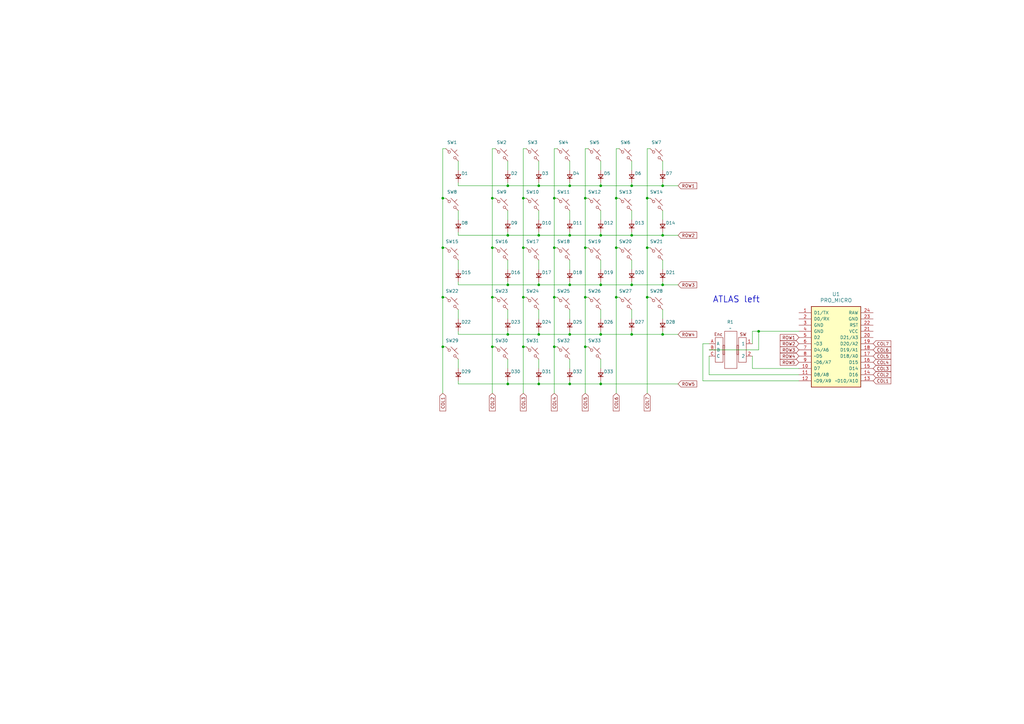
<source format=kicad_sch>
(kicad_sch (version 20250114) (generator "eeschema") (generator_version "9.0")
  (paper "A3")
  (lib_symbols
    (symbol "Arduino:Sparkfun_Pro_Micro" (pin_names (offset 1.016))
      (property "Reference" "U" (at -8.89 21.59 0))
      (property "Value" "Sparkfun_Pro_Micro" (at 0 19.05 0))
      (symbol "Sparkfun_Pro_Micro_0_1"
        (rectangle (start -10.16 17.78) (end 10.16 -15.24) (stroke (width 0.254)) (fill (type background)))
      )
      (symbol "Sparkfun_Pro_Micro_1_1"
        (pin bidirectional line (at -15.24 15.24 0) (length 5.08) (name "D1/TX") (number "1"))
        (pin bidirectional line (at -15.24 12.7 0) (length 5.08) (name "D0/RX") (number "2"))
        (pin power_in line (at -15.24 10.16 0) (length 5.08) (name "GND") (number "3"))
        (pin power_in line (at -15.24 7.62 0) (length 5.08) (name "GND") (number "4"))
        (pin bidirectional line (at -15.24 5.08 0) (length 5.08) (name "D2") (number "5"))
        (pin bidirectional line (at -15.24 2.54 0) (length 5.08) (name "~D3") (number "6"))
        (pin bidirectional line (at -15.24 0 0) (length 5.08) (name "D4/A6") (number "7"))
        (pin bidirectional line (at -15.24 -2.54 0) (length 5.08) (name "~D5") (number "8"))
        (pin bidirectional line (at -15.24 -5.08 0) (length 5.08) (name "~D6/A7") (number "9"))
        (pin bidirectional line (at -15.24 -7.62 0) (length 5.08) (name "D7") (number "10"))
        (pin bidirectional line (at -15.24 -10.16 0) (length 5.08) (name "D8/A8") (number "11"))
        (pin bidirectional line (at -15.24 -12.7 0) (length 5.08) (name "~D9/A9") (number "12"))
        (pin power_in line (at 15.24 15.24 180) (length 5.08) (name "RAW") (number "24"))
        (pin power_in line (at 15.24 12.7 180) (length 5.08) (name "GND") (number "23"))
        (pin input line (at 15.24 10.16 180) (length 5.08) (name "RST") (number "22"))
        (pin power_in line (at 15.24 7.62 180) (length 5.08) (name "VCC") (number "21"))
        (pin bidirectional line (at 15.24 5.08 180) (length 5.08) (name "D21/A3") (number "20"))
        (pin bidirectional line (at 15.24 2.54 180) (length 5.08) (name "D20/A2") (number "19"))
        (pin bidirectional line (at 15.24 0 180) (length 5.08) (name "D19/A1") (number "18"))
        (pin bidirectional line (at 15.24 -2.54 180) (length 5.08) (name "D18/A0") (number "17"))
        (pin bidirectional line (at 15.24 -5.08 180) (length 5.08) (name "D15") (number "16"))
        (pin bidirectional line (at 15.24 -7.62 180) (length 5.08) (name "D14") (number "15"))
        (pin bidirectional line (at 15.24 -10.16 180) (length 5.08) (name "D16") (number "14"))
        (pin bidirectional line (at 15.24 -12.7 180) (length 5.08) (name "~D10/A10") (number "13"))
      )
    )
    (symbol "Device:D_Small" (pin_numbers (hide yes)) (pin_names (offset 0.254) (hide yes))
      (property "Reference" "D" (at -1.27 2.032 0))
      (property "Value" "D_Small" (at -3.81 -2.032 0))
      (symbol "D_Small_0_1"
        (polyline (pts (xy -0.762 0) (xy 0.762 0)))
        (polyline (pts (xy -0.762 -1.016) (xy -0.762 1.016)) (stroke (width 0.254)))
        (polyline (pts (xy 0.762 -1.016) (xy -0.762 0) (xy 0.762 1.016) (xy 0.762 -1.016)) (stroke (width 0.254)))
      )
      (symbol "D_Small_1_1"
        (pin passive line (at -2.54 0 0) (length 1.778) (name "K") (number "1"))
        (pin passive line (at 2.54 0 180) (length 1.778) (name "A") (number "2"))
      )
    )
    (symbol "Switch:SW_Push_45deg" (pin_numbers (hide yes)) (pin_names (offset 1.016) (hide yes))
      (property "Reference" "SW" (at 3.048 1.016 0))
      (property "Value" "SW_Push_45deg" (at 0 -3.81 0))
      (symbol "SW_Push_45deg_0_1"
        (polyline (pts (xy -2.54 2.54) (xy -1.524 1.524) (xy -1.524 1.524)))
        (circle (center -1.1684 1.1684) (radius 0.508))
        (polyline (pts (xy -0.508 2.54) (xy 2.54 -0.508)))
        (polyline (pts (xy 1.016 1.016) (xy 2.032 2.032)))
        (circle (center 1.143 -1.1938) (radius 0.508))
        (polyline (pts (xy 1.524 -1.524) (xy 2.54 -2.54) (xy 2.54 -2.54) (xy 2.54 -2.54)))
        (pin passive line (at -2.54 2.54 0) (length 0) (name "1") (number "1"))
        (pin passive line (at 2.54 -2.54 180) (length 0) (name "2") (number "2"))
      )
    )
    (symbol "THQWGD001:THQWGD001_with_Click"
      (property "Reference" "R" (at 0 -0.254 0))
      (symbol "THQWGD001_with_Click_0_1"
        (rectangle (start -3.175 1.905) (end -2.54 -1.905))
        (rectangle (start -2.54 7.62) (end 2.54 -7.62))
        (rectangle (start 2.54 1.905) (end 3.175 -1.905))
        (rectangle (start 3.175 5.08) (end 6.35 -5.08))
      )
      (symbol "THQWGD001_with_Click_1_1"
        (rectangle (start -6.35 5.08) (end -3.175 -5.08))
        (text "Enc" (at -5.08 6.35 0) (effects (font (size 1.27 1.27))))
        (text "SW" (at 5.08 6.35 0) (effects (font (size 1.27 1.27))))
        (pin passive line (at -8.89 2.54 0) (length 2.54) (name "A") (number "A"))
        (pin passive line (at -8.89 0 0) (length 2.54) (name "B") (number "B"))
        (pin passive line (at -8.89 -2.54 0) (length 2.54) (name "C") (number "C"))
        (pin passive line (at 8.89 2.54 180) (length 2.54) (name "1") (number "1"))
        (pin passive line (at 8.89 -2.54 180) (length 2.54) (name "2") (number "2"))
      )
    )
  )
  (text "ATLAS left" (at 302.006 122.936 0) (effects (font (size 2.54 2.54) (thickness 0.254) (bold yes))))
  (junction (at 208.28 157.48))
  (junction (at 259.08 96.52))
  (junction (at 252.73 121.92))
  (junction (at 201.93 121.92))
  (junction (at 181.61 81.28))
  (junction (at 240.03 121.92))
  (junction (at 214.63 101.6))
  (junction (at 227.33 81.28))
  (junction (at 227.33 101.6))
  (junction (at 220.98 76.2))
  (junction (at 201.93 142.24))
  (junction (at 259.08 137.16))
  (junction (at 265.43 121.92))
  (junction (at 246.38 137.16))
  (junction (at 265.43 81.28))
  (junction (at 311.15 135.89))
  (junction (at 233.68 157.48))
  (junction (at 181.61 121.92))
  (junction (at 240.03 81.28))
  (junction (at 214.63 142.24))
  (junction (at 271.78 96.52))
  (junction (at 214.63 121.92))
  (junction (at 233.68 116.84))
  (junction (at 227.33 142.24))
  (junction (at 220.98 116.84))
  (junction (at 246.38 96.52))
  (junction (at 233.68 96.52))
  (junction (at 240.03 101.6))
  (junction (at 208.28 96.52))
  (junction (at 246.38 157.48))
  (junction (at 233.68 137.16))
  (junction (at 220.98 157.48))
  (junction (at 181.61 101.6))
  (junction (at 246.38 116.84))
  (junction (at 240.03 142.24))
  (junction (at 181.61 142.24))
  (junction (at 233.68 76.2))
  (junction (at 208.28 116.84))
  (junction (at 214.63 81.28))
  (junction (at 201.93 81.28))
  (junction (at 271.78 137.16))
  (junction (at 220.98 137.16))
  (junction (at 252.73 101.6))
  (junction (at 220.98 96.52))
  (junction (at 265.43 101.6))
  (junction (at 252.73 81.28))
  (junction (at 208.28 76.2))
  (junction (at 208.28 137.16))
  (junction (at 246.38 76.2))
  (junction (at 227.33 121.92))
  (junction (at 259.08 76.2))
  (junction (at 271.78 76.2))
  (junction (at 271.78 116.84))
  (junction (at 259.08 116.84))
  (junction (at 201.93 101.6))
  (wire (pts (xy 271.78 76.2) (xy 278.13 76.2)))
  (wire (pts (xy 233.68 156.21) (xy 233.68 157.48)))
  (wire (pts (xy 259.08 137.16) (xy 271.78 137.16)))
  (wire (pts (xy 201.93 60.96) (xy 201.93 81.28)))
  (wire (pts (xy 208.28 127) (xy 208.28 130.81)))
  (wire (pts (xy 259.08 106.68) (xy 259.08 110.49)))
  (wire (pts (xy 271.78 135.89) (xy 271.78 137.16)))
  (wire (pts (xy 233.68 127) (xy 233.68 130.81)))
  (wire (pts (xy 288.29 156.21) (xy 327.66 156.21)))
  (wire (pts (xy 208.28 156.21) (xy 208.28 157.48)))
  (wire (pts (xy 240.03 81.28) (xy 240.03 101.6)))
  (wire (pts (xy 246.38 76.2) (xy 259.08 76.2)))
  (wire (pts (xy 233.68 137.16) (xy 246.38 137.16)))
  (wire (pts (xy 227.33 142.24) (xy 227.33 161.29)))
  (wire (pts (xy 254 101.6) (xy 252.73 101.6)))
  (wire (pts (xy 252.73 81.28) (xy 252.73 101.6)))
  (wire (pts (xy 233.68 96.52) (xy 246.38 96.52)))
  (wire (pts (xy 290.83 143.51) (xy 311.15 143.51)))
  (wire (pts (xy 259.08 116.84) (xy 271.78 116.84)))
  (wire (pts (xy 290.83 153.67) (xy 327.66 153.67)))
  (wire (pts (xy 246.38 147.32) (xy 246.38 151.13)))
  (wire (pts (xy 271.78 95.25) (xy 271.78 96.52)))
  (wire (pts (xy 215.9 81.28) (xy 214.63 81.28)))
  (wire (pts (xy 203.2 81.28) (xy 201.93 81.28)))
  (wire (pts (xy 233.68 106.68) (xy 233.68 110.49)))
  (wire (pts (xy 308.61 135.89) (xy 311.15 135.89)))
  (wire (pts (xy 208.28 157.48) (xy 220.98 157.48)))
  (wire (pts (xy 220.98 115.57) (xy 220.98 116.84)))
  (wire (pts (xy 220.98 74.93) (xy 220.98 76.2)))
  (wire (pts (xy 265.43 81.28) (xy 265.43 101.6)))
  (wire (pts (xy 259.08 96.52) (xy 271.78 96.52)))
  (wire (pts (xy 246.38 137.16) (xy 259.08 137.16)))
  (wire (pts (xy 215.9 121.92) (xy 214.63 121.92)))
  (wire (pts (xy 233.68 74.93) (xy 233.68 76.2)))
  (wire (pts (xy 208.28 66.04) (xy 208.28 69.85)))
  (wire (pts (xy 271.78 115.57) (xy 271.78 116.84)))
  (wire (pts (xy 241.3 60.96) (xy 240.03 60.96)))
  (wire (pts (xy 241.3 121.92) (xy 240.03 121.92)))
  (wire (pts (xy 233.68 116.84) (xy 246.38 116.84)))
  (wire (pts (xy 214.63 81.28) (xy 214.63 101.6)))
  (wire (pts (xy 208.28 74.93) (xy 208.28 76.2)))
  (wire (pts (xy 259.08 74.93) (xy 259.08 76.2)))
  (wire (pts (xy 208.28 106.68) (xy 208.28 110.49)))
  (wire (pts (xy 271.78 66.04) (xy 271.78 69.85)))
  (wire (pts (xy 187.96 96.52) (xy 208.28 96.52)))
  (wire (pts (xy 233.68 115.57) (xy 233.68 116.84)))
  (wire (pts (xy 228.6 81.28) (xy 227.33 81.28)))
  (wire (pts (xy 240.03 121.92) (xy 240.03 142.24)))
  (wire (pts (xy 233.68 135.89) (xy 233.68 137.16)))
  (wire (pts (xy 254 81.28) (xy 252.73 81.28)))
  (wire (pts (xy 181.61 142.24) (xy 181.61 161.29)))
  (wire (pts (xy 252.73 60.96) (xy 252.73 81.28)))
  (wire (pts (xy 265.43 121.92) (xy 265.43 161.29)))
  (wire (pts (xy 203.2 121.92) (xy 201.93 121.92)))
  (wire (pts (xy 228.6 121.92) (xy 227.33 121.92)))
  (wire (pts (xy 241.3 142.24) (xy 240.03 142.24)))
  (wire (pts (xy 233.68 147.32) (xy 233.68 151.13)))
  (wire (pts (xy 240.03 101.6) (xy 240.03 121.92)))
  (wire (pts (xy 271.78 96.52) (xy 278.13 96.52)))
  (wire (pts (xy 208.28 137.16) (xy 220.98 137.16)))
  (wire (pts (xy 220.98 76.2) (xy 233.68 76.2)))
  (wire (pts (xy 220.98 135.89) (xy 220.98 137.16)))
  (wire (pts (xy 259.08 127) (xy 259.08 130.81)))
  (wire (pts (xy 215.9 142.24) (xy 214.63 142.24)))
  (wire (pts (xy 233.68 76.2) (xy 246.38 76.2)))
  (wire (pts (xy 187.96 156.21) (xy 187.96 157.48)))
  (wire (pts (xy 220.98 127) (xy 220.98 130.81)))
  (wire (pts (xy 290.83 146.05) (xy 290.83 153.67)))
  (wire (pts (xy 208.28 86.36) (xy 208.28 90.17)))
  (wire (pts (xy 187.96 147.32) (xy 187.96 151.13)))
  (wire (pts (xy 203.2 60.96) (xy 201.93 60.96)))
  (wire (pts (xy 233.68 157.48) (xy 220.98 157.48)))
  (wire (pts (xy 182.88 81.28) (xy 181.61 81.28)))
  (wire (pts (xy 266.7 101.6) (xy 265.43 101.6)))
  (wire (pts (xy 187.96 76.2) (xy 208.28 76.2)))
  (wire (pts (xy 246.38 135.89) (xy 246.38 137.16)))
  (wire (pts (xy 233.68 157.48) (xy 246.38 157.48)))
  (wire (pts (xy 308.61 140.97) (xy 308.61 135.89)))
  (wire (pts (xy 265.43 60.96) (xy 265.43 81.28)))
  (wire (pts (xy 220.98 96.52) (xy 233.68 96.52)))
  (wire (pts (xy 246.38 95.25) (xy 246.38 96.52)))
  (wire (pts (xy 208.28 76.2) (xy 220.98 76.2)))
  (wire (pts (xy 187.96 66.04) (xy 187.96 69.85)))
  (wire (pts (xy 271.78 116.84) (xy 278.13 116.84)))
  (wire (pts (xy 182.88 60.96) (xy 181.61 60.96)))
  (wire (pts (xy 220.98 86.36) (xy 220.98 90.17)))
  (wire (pts (xy 220.98 95.25) (xy 220.98 96.52)))
  (wire (pts (xy 220.98 137.16) (xy 233.68 137.16)))
  (wire (pts (xy 214.63 60.96) (xy 214.63 81.28)))
  (wire (pts (xy 208.28 96.52) (xy 220.98 96.52)))
  (wire (pts (xy 290.83 140.97) (xy 288.29 140.97)))
  (wire (pts (xy 220.98 147.32) (xy 220.98 151.13)))
  (wire (pts (xy 214.63 101.6) (xy 214.63 121.92)))
  (wire (pts (xy 187.96 157.48) (xy 208.28 157.48)))
  (wire (pts (xy 220.98 156.21) (xy 220.98 157.48)))
  (wire (pts (xy 259.08 95.25) (xy 259.08 96.52)))
  (wire (pts (xy 271.78 86.36) (xy 271.78 90.17)))
  (wire (pts (xy 240.03 60.96) (xy 240.03 81.28)))
  (wire (pts (xy 233.68 95.25) (xy 233.68 96.52)))
  (wire (pts (xy 266.7 81.28) (xy 265.43 81.28)))
  (wire (pts (xy 220.98 106.68) (xy 220.98 110.49)))
  (wire (pts (xy 311.15 135.89) (xy 311.15 143.51)))
  (wire (pts (xy 215.9 60.96) (xy 214.63 60.96)))
  (wire (pts (xy 201.93 101.6) (xy 201.93 121.92)))
  (wire (pts (xy 182.88 121.92) (xy 181.61 121.92)))
  (wire (pts (xy 246.38 116.84) (xy 259.08 116.84)))
  (wire (pts (xy 187.96 95.25) (xy 187.96 96.52)))
  (wire (pts (xy 259.08 135.89) (xy 259.08 137.16)))
  (wire (pts (xy 228.6 142.24) (xy 227.33 142.24)))
  (wire (pts (xy 246.38 115.57) (xy 246.38 116.84)))
  (wire (pts (xy 233.68 66.04) (xy 233.68 69.85)))
  (wire (pts (xy 181.61 60.96) (xy 181.61 81.28)))
  (wire (pts (xy 228.6 101.6) (xy 227.33 101.6)))
  (wire (pts (xy 201.93 121.92) (xy 201.93 142.24)))
  (wire (pts (xy 182.88 142.24) (xy 181.61 142.24)))
  (wire (pts (xy 271.78 137.16) (xy 278.13 137.16)))
  (wire (pts (xy 201.93 142.24) (xy 201.93 161.29)))
  (wire (pts (xy 208.28 116.84) (xy 220.98 116.84)))
  (wire (pts (xy 227.33 101.6) (xy 227.33 121.92)))
  (wire (pts (xy 246.38 106.68) (xy 246.38 110.49)))
  (wire (pts (xy 254 60.96) (xy 252.73 60.96)))
  (wire (pts (xy 181.61 101.6) (xy 181.61 121.92)))
  (wire (pts (xy 259.08 76.2) (xy 271.78 76.2)))
  (wire (pts (xy 203.2 142.24) (xy 201.93 142.24)))
  (wire (pts (xy 308.61 151.13) (xy 327.66 151.13)))
  (wire (pts (xy 187.96 116.84) (xy 208.28 116.84)))
  (wire (pts (xy 227.33 121.92) (xy 227.33 142.24)))
  (wire (pts (xy 259.08 66.04) (xy 259.08 69.85)))
  (wire (pts (xy 246.38 66.04) (xy 246.38 69.85)))
  (wire (pts (xy 201.93 81.28) (xy 201.93 101.6)))
  (wire (pts (xy 288.29 140.97) (xy 288.29 156.21)))
  (wire (pts (xy 308.61 146.05) (xy 308.61 151.13)))
  (wire (pts (xy 266.7 121.92) (xy 265.43 121.92)))
  (wire (pts (xy 259.08 86.36) (xy 259.08 90.17)))
  (wire (pts (xy 187.96 127) (xy 187.96 130.81)))
  (wire (pts (xy 246.38 96.52) (xy 259.08 96.52)))
  (wire (pts (xy 271.78 127) (xy 271.78 130.81)))
  (wire (pts (xy 227.33 81.28) (xy 227.33 101.6)))
  (wire (pts (xy 214.63 121.92) (xy 214.63 142.24)))
  (wire (pts (xy 246.38 74.93) (xy 246.38 76.2)))
  (wire (pts (xy 266.7 60.96) (xy 265.43 60.96)))
  (wire (pts (xy 233.68 86.36) (xy 233.68 90.17)))
  (wire (pts (xy 215.9 101.6) (xy 214.63 101.6)))
  (wire (pts (xy 246.38 86.36) (xy 246.38 90.17)))
  (wire (pts (xy 181.61 121.92) (xy 181.61 142.24)))
  (wire (pts (xy 241.3 81.28) (xy 240.03 81.28)))
  (wire (pts (xy 228.6 60.96) (xy 227.33 60.96)))
  (wire (pts (xy 241.3 101.6) (xy 240.03 101.6)))
  (wire (pts (xy 208.28 115.57) (xy 208.28 116.84)))
  (wire (pts (xy 181.61 81.28) (xy 181.61 101.6)))
  (wire (pts (xy 187.96 74.93) (xy 187.96 76.2)))
  (wire (pts (xy 187.96 115.57) (xy 187.96 116.84)))
  (wire (pts (xy 187.96 135.89) (xy 187.96 137.16)))
  (wire (pts (xy 259.08 115.57) (xy 259.08 116.84)))
  (wire (pts (xy 208.28 95.25) (xy 208.28 96.52)))
  (wire (pts (xy 252.73 101.6) (xy 252.73 121.92)))
  (wire (pts (xy 220.98 66.04) (xy 220.98 69.85)))
  (wire (pts (xy 271.78 106.68) (xy 271.78 110.49)))
  (wire (pts (xy 187.96 137.16) (xy 208.28 137.16)))
  (wire (pts (xy 311.15 135.89) (xy 327.66 135.89)))
  (wire (pts (xy 214.63 142.24) (xy 214.63 161.29)))
  (wire (pts (xy 220.98 116.84) (xy 233.68 116.84)))
  (wire (pts (xy 246.38 157.48) (xy 278.13 157.48)))
  (wire (pts (xy 271.78 74.93) (xy 271.78 76.2)))
  (wire (pts (xy 203.2 101.6) (xy 201.93 101.6)))
  (wire (pts (xy 246.38 127) (xy 246.38 130.81)))
  (wire (pts (xy 265.43 101.6) (xy 265.43 121.92)))
  (wire (pts (xy 254 121.92) (xy 252.73 121.92)))
  (wire (pts (xy 252.73 121.92) (xy 252.73 161.29)))
  (wire (pts (xy 246.38 156.21) (xy 246.38 157.48)))
  (wire (pts (xy 240.03 142.24) (xy 240.03 161.29)))
  (wire (pts (xy 208.28 147.32) (xy 208.28 151.13)))
  (wire (pts (xy 187.96 106.68) (xy 187.96 110.49)))
  (wire (pts (xy 187.96 86.36) (xy 187.96 90.17)))
  (wire (pts (xy 182.88 101.6) (xy 181.61 101.6)))
  (wire (pts (xy 227.33 60.96) (xy 227.33 81.28)))
  (wire (pts (xy 208.28 135.89) (xy 208.28 137.16)))
  (global_label "ROW5" (shape input) (at 327.66 148.59 180) (property "Intersheetrefs" "${INTERSHEET_REFS}" (effects (hide yes))))
  (global_label "COL6" (shape input) (at 252.73 161.29 270) (property "Intersheetrefs" "${INTERSHEET_REFS}" (effects (hide yes))))
  (global_label "ROW4" (shape input) (at 278.13 137.16 0) (property "Intersheetrefs" "${INTERSHEET_REFS}" (effects (hide yes))))
  (global_label "ROW2" (shape input) (at 278.13 96.52 0) (property "Intersheetrefs" "${INTERSHEET_REFS}" (effects (hide yes))))
  (global_label "COL5" (shape input) (at 240.03 161.29 270) (property "Intersheetrefs" "${INTERSHEET_REFS}" (effects (hide yes))))
  (global_label "ROW1" (shape input) (at 327.66 138.43 180) (property "Intersheetrefs" "${INTERSHEET_REFS}" (effects (hide yes))))
  (global_label "ROW3" (shape input) (at 278.13 116.84 0) (property "Intersheetrefs" "${INTERSHEET_REFS}" (effects (hide yes))))
  (global_label "ROW4" (shape input) (at 327.66 146.05 180) (property "Intersheetrefs" "${INTERSHEET_REFS}" (effects (hide yes))))
  (global_label "COL1" (shape input) (at 181.61 161.29 270) (property "Intersheetrefs" "${INTERSHEET_REFS}" (effects (hide yes))))
  (global_label "COL7" (shape input) (at 265.43 161.29 270) (property "Intersheetrefs" "${INTERSHEET_REFS}" (effects (hide yes))))
  (global_label "COL3" (shape input) (at 358.14 151.13 0) (property "Intersheetrefs" "${INTERSHEET_REFS}" (effects (hide yes))))
  (global_label "COL7" (shape input) (at 358.14 140.97 0) (property "Intersheetrefs" "${INTERSHEET_REFS}" (effects (hide yes))))
  (global_label "ROW1" (shape input) (at 278.13 76.2 0) (property "Intersheetrefs" "${INTERSHEET_REFS}" (effects (hide yes))))
  (global_label "ROW2" (shape input) (at 327.66 140.97 180) (property "Intersheetrefs" "${INTERSHEET_REFS}" (effects (hide yes))))
  (global_label "COL5" (shape input) (at 358.14 146.05 0) (property "Intersheetrefs" "${INTERSHEET_REFS}" (effects (hide yes))))
  (global_label "COL4" (shape input) (at 227.33 161.29 270) (property "Intersheetrefs" "${INTERSHEET_REFS}" (effects (hide yes))))
  (global_label "COL3" (shape input) (at 214.63 161.29 270) (property "Intersheetrefs" "${INTERSHEET_REFS}" (effects (hide yes))))
  (global_label "ROW3" (shape input) (at 327.66 143.51 180) (property "Intersheetrefs" "${INTERSHEET_REFS}" (effects (hide yes))))
  (global_label "ROW5" (shape input) (at 278.13 157.48 0) (property "Intersheetrefs" "${INTERSHEET_REFS}" (effects (hide yes))))
  (global_label "COL2" (shape input) (at 358.14 153.67 0) (property "Intersheetrefs" "${INTERSHEET_REFS}" (effects (hide yes))))
  (global_label "COL1" (shape input) (at 358.14 156.21 0) (property "Intersheetrefs" "${INTERSHEET_REFS}" (effects (hide yes))))
  (global_label "COL2" (shape input) (at 201.93 161.29 270) (property "Intersheetrefs" "${INTERSHEET_REFS}" (effects (hide yes))))
  (global_label "COL6" (shape input) (at 358.14 143.51 0) (property "Intersheetrefs" "${INTERSHEET_REFS}" (effects (hide yes))))
  (global_label "COL4" (shape input) (at 358.14 148.59 0) (property "Intersheetrefs" "${INTERSHEET_REFS}" (effects (hide yes))))
  (symbol (lib_id "Device:D_Small") (at 187.96 113.03 90) (unit 1)
    (property "Reference" "D15" (at 189.23 111.76 90) (effects (justify right)))
    (property "Value" "D" (effects (hide yes)))
    (property "Sim.Device" "D" (effects (hide yes)))
    (property "Sim.Pins" "1=K 2=A" (effects (hide yes)))
  )
  (symbol (lib_id "Device:D_Small") (at 208.28 133.35 90) (unit 1)
    (property "Reference" "D23" (at 209.55 132.08 90) (effects (justify right)))
    (property "Value" "D" (effects (hide yes)))
    (property "Sim.Device" "D" (effects (hide yes)))
    (property "Sim.Pins" "1=K 2=A" (effects (hide yes)))
  )
  (symbol (lib_id "Switch:SW_Push_45deg") (at 185.42 63.5 0) (unit 1)
    (property "Reference" "SW1" (at 185.42 58.42 0))
    (property "Value" "SW_Push" (effects (hide yes)))
  )
  (symbol (lib_id "Device:D_Small") (at 259.08 133.35 90) (unit 1)
    (property "Reference" "D27" (at 260.35 132.08 90) (effects (justify right)))
    (property "Value" "D" (effects (hide yes)))
    (property "Sim.Device" "D" (effects (hide yes)))
    (property "Sim.Pins" "1=K 2=A" (effects (hide yes)))
  )
  (symbol (lib_id "Device:D_Small") (at 220.98 92.71 90) (unit 1)
    (property "Reference" "D10" (at 222.25 91.44 90) (effects (justify right)))
    (property "Value" "D" (effects (hide yes)))
    (property "Sim.Device" "D" (effects (hide yes)))
    (property "Sim.Pins" "1=K 2=A" (effects (hide yes)))
  )
  (symbol (lib_id "Switch:SW_Push_45deg") (at 205.74 144.78 0) (unit 1)
    (property "Reference" "SW30" (at 205.74 139.7 0))
    (property "Value" "SW_Push" (effects (hide yes)))
  )
  (symbol (lib_id "Switch:SW_Push_45deg") (at 256.54 83.82 0) (unit 1)
    (property "Reference" "SW13" (at 256.54 78.74 0))
    (property "Value" "SW_Push" (effects (hide yes)))
  )
  (symbol (lib_id "Device:D_Small") (at 246.38 153.67 90) (unit 1)
    (property "Reference" "D33" (at 247.65 152.4 90) (effects (justify right)))
    (property "Value" "D" (effects (hide yes)))
    (property "Sim.Device" "D" (effects (hide yes)))
    (property "Sim.Pins" "1=K 2=A" (effects (hide yes)))
  )
  (symbol (lib_id "Switch:SW_Push_45deg") (at 269.24 63.5 0) (unit 1)
    (property "Reference" "SW7" (at 269.24 58.42 0))
    (property "Value" "SW_Push" (effects (hide yes)))
  )
  (symbol (lib_id "Device:D_Small") (at 220.98 133.35 90) (unit 1)
    (property "Reference" "D24" (at 222.25 132.08 90) (effects (justify right)))
    (property "Value" "D" (effects (hide yes)))
    (property "Sim.Device" "D" (effects (hide yes)))
    (property "Sim.Pins" "1=K 2=A" (effects (hide yes)))
  )
  (symbol (lib_id "Switch:SW_Push_45deg") (at 269.24 83.82 0) (unit 1)
    (property "Reference" "SW14" (at 269.24 78.74 0))
    (property "Value" "SW_Push" (effects (hide yes)))
  )
  (symbol (lib_id "Switch:SW_Push_45deg") (at 205.74 63.5 0) (unit 1)
    (property "Reference" "SW2" (at 205.74 58.42 0))
    (property "Value" "SW_Push" (effects (hide yes)))
  )
  (symbol (lib_id "Device:D_Small") (at 271.78 113.03 90) (unit 1)
    (property "Reference" "D21" (at 273.05 111.76 90) (effects (justify right)))
    (property "Value" "D" (effects (hide yes)))
    (property "Sim.Device" "D" (effects (hide yes)))
    (property "Sim.Pins" "1=K 2=A" (effects (hide yes)))
  )
  (symbol (lib_id "Device:D_Small") (at 233.68 133.35 90) (unit 1)
    (property "Reference" "D25" (at 234.95 132.08 90) (effects (justify right)))
    (property "Value" "D" (effects (hide yes)))
    (property "Sim.Device" "D" (effects (hide yes)))
    (property "Sim.Pins" "1=K 2=A" (effects (hide yes)))
  )
  (symbol (lib_id "Device:D_Small") (at 208.28 113.03 90) (unit 1)
    (property "Reference" "D16" (at 209.55 111.76 90) (effects (justify right)))
    (property "Value" "D" (effects (hide yes)))
    (property "Sim.Device" "D" (effects (hide yes)))
    (property "Sim.Pins" "1=K 2=A" (effects (hide yes)))
  )
  (symbol (lib_id "Switch:SW_Push_45deg") (at 231.14 83.82 0) (unit 1)
    (property "Reference" "SW11" (at 231.14 78.74 0))
    (property "Value" "SW_Push" (effects (hide yes)))
  )
  (symbol (lib_id "Switch:SW_Push_45deg") (at 185.42 104.14 0) (unit 1)
    (property "Reference" "SW15" (at 185.42 99.06 0))
    (property "Value" "SW_Push" (effects (hide yes)))
  )
  (symbol (lib_id "Device:D_Small") (at 187.96 133.35 90) (unit 1)
    (property "Reference" "D22" (at 189.23 132.08 90) (effects (justify right)))
    (property "Value" "D" (effects (hide yes)))
    (property "Sim.Device" "D" (effects (hide yes)))
    (property "Sim.Pins" "1=K 2=A" (effects (hide yes)))
  )
  (symbol (lib_id "Switch:SW_Push_45deg") (at 256.54 124.46 0) (unit 1)
    (property "Reference" "SW27" (at 256.54 119.38 0))
    (property "Value" "SW_Push" (effects (hide yes)))
  )
  (symbol (lib_id "Switch:SW_Push_45deg") (at 243.84 83.82 0) (unit 1)
    (property "Reference" "SW12" (at 243.84 78.74 0))
    (property "Value" "SW_Push" (effects (hide yes)))
  )
  (symbol (lib_id "Switch:SW_Push_45deg") (at 185.42 83.82 0) (unit 1)
    (property "Reference" "SW8" (at 185.42 78.74 0))
    (property "Value" "SW_Push" (effects (hide yes)))
  )
  (symbol (lib_id "Device:D_Small") (at 246.38 72.39 90) (unit 1)
    (property "Reference" "D5" (at 247.65 71.12 90) (effects (justify right)))
    (property "Value" "D" (effects (hide yes)))
    (property "Sim.Device" "D" (effects (hide yes)))
    (property "Sim.Pins" "1=K 2=A" (effects (hide yes)))
  )
  (symbol (lib_id "Switch:SW_Push_45deg") (at 256.54 63.5 0) (unit 1)
    (property "Reference" "SW6" (at 256.54 58.42 0))
    (property "Value" "SW_Push" (effects (hide yes)))
  )
  (symbol (lib_id "Switch:SW_Push_45deg") (at 218.44 104.14 0) (unit 1)
    (property "Reference" "SW17" (at 218.44 99.06 0))
    (property "Value" "SW_Push" (effects (hide yes)))
  )
  (symbol (lib_id "Switch:SW_Push_45deg") (at 243.84 144.78 0) (unit 1)
    (property "Reference" "SW33" (at 243.84 139.7 0))
    (property "Value" "SW_Push" (effects (hide yes)))
  )
  (symbol (lib_id "Device:D_Small") (at 271.78 72.39 90) (unit 1)
    (property "Reference" "D7" (at 273.05 71.12 90) (effects (justify right)))
    (property "Value" "D" (effects (hide yes)))
    (property "Sim.Device" "D" (effects (hide yes)))
    (property "Sim.Pins" "1=K 2=A" (effects (hide yes)))
  )
  (symbol (lib_id "Device:D_Small") (at 220.98 113.03 90) (unit 1)
    (property "Reference" "D17" (at 222.25 111.76 90) (effects (justify right)))
    (property "Value" "D" (effects (hide yes)))
    (property "Sim.Device" "D" (effects (hide yes)))
    (property "Sim.Pins" "1=K 2=A" (effects (hide yes)))
  )
  (symbol (lib_id "Switch:SW_Push_45deg") (at 205.74 124.46 0) (unit 1)
    (property "Reference" "SW23" (at 205.74 119.38 0))
    (property "Value" "SW_Push" (effects (hide yes)))
  )
  (symbol (lib_id "Switch:SW_Push_45deg") (at 205.74 83.82 0) (unit 1)
    (property "Reference" "SW9" (at 205.74 78.74 0))
    (property "Value" "SW_Push" (effects (hide yes)))
  )
  (symbol (lib_id "Switch:SW_Push_45deg") (at 218.44 63.5 0) (unit 1)
    (property "Reference" "SW3" (at 218.44 58.42 0))
    (property "Value" "SW_Push" (effects (hide yes)))
  )
  (symbol (lib_id "Device:D_Small") (at 233.68 113.03 90) (unit 1)
    (property "Reference" "D18" (at 234.95 111.76 90) (effects (justify right)))
    (property "Value" "D" (effects (hide yes)))
    (property "Sim.Device" "D" (effects (hide yes)))
    (property "Sim.Pins" "1=K 2=A" (effects (hide yes)))
  )
  (symbol (lib_id "Switch:SW_Push_45deg") (at 205.74 104.14 0) (unit 1)
    (property "Reference" "SW16" (at 205.74 99.06 0))
    (property "Value" "SW_Push" (effects (hide yes)))
  )
  (symbol (lib_id "Switch:SW_Push_45deg") (at 243.84 63.5 0) (unit 1)
    (property "Reference" "SW5" (at 243.84 58.42 0))
    (property "Value" "SW_Push" (effects (hide yes)))
  )
  (symbol (lib_id "Device:D_Small") (at 246.38 113.03 90) (unit 1)
    (property "Reference" "D19" (at 247.65 111.76 90) (effects (justify right)))
    (property "Value" "D" (effects (hide yes)))
    (property "Sim.Device" "D" (effects (hide yes)))
    (property "Sim.Pins" "1=K 2=A" (effects (hide yes)))
  )
  (symbol (lib_id "Switch:SW_Push_45deg") (at 231.14 144.78 0) (unit 1)
    (property "Reference" "SW32" (at 231.14 139.7 0))
    (property "Value" "SW_Push" (effects (hide yes)))
  )
  (symbol (lib_id "Device:D_Small") (at 233.68 72.39 90) (unit 1)
    (property "Reference" "D4" (at 234.95 71.12 90) (effects (justify right)))
    (property "Value" "D" (effects (hide yes)))
    (property "Sim.Device" "D" (effects (hide yes)))
    (property "Sim.Pins" "1=K 2=A" (effects (hide yes)))
  )
  (symbol (lib_id "Device:D_Small") (at 187.96 92.71 90) (unit 1)
    (property "Reference" "D8" (at 189.23 91.44 90) (effects (justify right)))
    (property "Value" "D" (effects (hide yes)))
    (property "Sim.Device" "D" (effects (hide yes)))
    (property "Sim.Pins" "1=K 2=A" (effects (hide yes)))
  )
  (symbol (lib_id "Device:D_Small") (at 259.08 72.39 90) (unit 1)
    (property "Reference" "D6" (at 260.35 71.12 90) (effects (justify right)))
    (property "Value" "D" (effects (hide yes)))
    (property "Sim.Device" "D" (effects (hide yes)))
    (property "Sim.Pins" "1=K 2=A" (effects (hide yes)))
  )
  (symbol (lib_id "Switch:SW_Push_45deg") (at 231.14 63.5 0) (unit 1)
    (property "Reference" "SW4" (at 231.14 58.42 0))
    (property "Value" "SW_Push" (effects (hide yes)))
  )
  (symbol (lib_id "Device:D_Small") (at 233.68 153.67 90) (unit 1)
    (property "Reference" "D32" (at 234.95 152.4 90) (effects (justify right)))
    (property "Value" "D" (effects (hide yes)))
    (property "Sim.Device" "D" (effects (hide yes)))
    (property "Sim.Pins" "1=K 2=A" (effects (hide yes)))
  )
  (symbol (lib_id "Switch:SW_Push_45deg") (at 269.24 104.14 0) (unit 1)
    (property "Reference" "SW21" (at 269.24 99.06 0))
    (property "Value" "SW_Push" (effects (hide yes)))
  )
  (symbol (lib_id "Switch:SW_Push_45deg") (at 243.84 124.46 0) (unit 1)
    (property "Reference" "SW26" (at 243.84 119.38 0))
    (property "Value" "SW_Push" (effects (hide yes)))
  )
  (symbol (lib_id "Switch:SW_Push_45deg") (at 243.84 104.14 0) (unit 1)
    (property "Reference" "SW19" (at 243.84 99.06 0))
    (property "Value" "SW_Push" (effects (hide yes)))
  )
  (symbol (lib_id "Switch:SW_Push_45deg") (at 231.14 104.14 0) (unit 1)
    (property "Reference" "SW18" (at 231.14 99.06 0))
    (property "Value" "SW_Push" (effects (hide yes)))
  )
  (symbol (lib_id "Switch:SW_Push_45deg") (at 218.44 144.78 0) (unit 1)
    (property "Reference" "SW31" (at 218.44 139.7 0))
    (property "Value" "SW_Push" (effects (hide yes)))
  )
  (symbol (lib_id "Device:D_Small") (at 233.68 92.71 90) (unit 1)
    (property "Reference" "D11" (at 234.95 91.44 90) (effects (justify right)))
    (property "Value" "D" (effects (hide yes)))
    (property "Sim.Device" "D" (effects (hide yes)))
    (property "Sim.Pins" "1=K 2=A" (effects (hide yes)))
  )
  (symbol (lib_id "Switch:SW_Push_45deg") (at 218.44 124.46 0) (unit 1)
    (property "Reference" "SW24" (at 218.44 119.38 0))
    (property "Value" "SW_Push" (effects (hide yes)))
  )
  (symbol (lib_id "Device:D_Small") (at 208.28 72.39 90) (unit 1)
    (property "Reference" "D2" (at 209.55 71.12 90) (effects (justify right)))
    (property "Value" "D" (effects (hide yes)))
    (property "Sim.Device" "D" (effects (hide yes)))
    (property "Sim.Pins" "1=K 2=A" (effects (hide yes)))
  )
  (symbol (lib_id "Switch:SW_Push_45deg") (at 185.42 144.78 0) (unit 1)
    (property "Reference" "SW29" (at 185.42 139.7 0))
    (property "Value" "SW_Push" (effects (hide yes)))
  )
  (symbol (lib_id "Device:D_Small") (at 208.28 92.71 90) (unit 1)
    (property "Reference" "D9" (at 209.55 91.44 90) (effects (justify right)))
    (property "Value" "D" (effects (hide yes)))
    (property "Sim.Device" "D" (effects (hide yes)))
    (property "Sim.Pins" "1=K 2=A" (effects (hide yes)))
  )
  (symbol (lib_id "Device:D_Small") (at 271.78 92.71 90) (unit 1)
    (property "Reference" "D14" (at 273.05 91.44 90) (effects (justify right)))
    (property "Value" "D" (effects (hide yes)))
    (property "Sim.Device" "D" (effects (hide yes)))
    (property "Sim.Pins" "1=K 2=A" (effects (hide yes)))
  )
  (symbol (lib_id "Switch:SW_Push_45deg") (at 218.44 83.82 0) (unit 1)
    (property "Reference" "SW10" (at 218.44 78.74 0))
    (property "Value" "SW_Push" (effects (hide yes)))
  )
  (symbol (lib_id "Device:D_Small") (at 220.98 153.67 90) (unit 1)
    (property "Reference" "D31" (at 222.25 152.4 90) (effects (justify right)))
    (property "Value" "D" (effects (hide yes)))
    (property "Sim.Device" "D" (effects (hide yes)))
    (property "Sim.Pins" "1=K 2=A" (effects (hide yes)))
  )
  (symbol (lib_id "Device:D_Small") (at 246.38 133.35 90) (unit 1)
    (property "Reference" "D26" (at 247.65 132.08 90) (effects (justify right)))
    (property "Value" "D" (effects (hide yes)))
    (property "Sim.Device" "D" (effects (hide yes)))
    (property "Sim.Pins" "1=K 2=A" (effects (hide yes)))
  )
  (symbol (lib_id "Device:D_Small") (at 187.96 72.39 90) (unit 1)
    (property "Reference" "D1" (at 189.23 71.12 90) (effects (justify right)))
    (property "Value" "D" (effects (hide yes)))
    (property "Sim.Device" "D" (effects (hide yes)))
    (property "Sim.Pins" "1=K 2=A" (effects (hide yes)))
  )
  (symbol (lib_id "Switch:SW_Push_45deg") (at 256.54 104.14 0) (unit 1)
    (property "Reference" "SW20" (at 256.54 99.06 0))
    (property "Value" "SW_Push" (effects (hide yes)))
  )
  (symbol (lib_id "Device:D_Small") (at 259.08 113.03 90) (unit 1)
    (property "Reference" "D20" (at 260.35 111.76 90) (effects (justify right)))
    (property "Value" "D" (effects (hide yes)))
    (property "Sim.Device" "D" (effects (hide yes)))
    (property "Sim.Pins" "1=K 2=A" (effects (hide yes)))
  )
  (symbol (lib_id "Arduino:Sparkfun_Pro_Micro") (at 342.9 143.51 0) (unit 1)
    (property "Reference" "U1" (at 342.9 120.65 0) (effects (font (size 1.524 1.524))))
    (property "Value" "PRO_MICRO" (at 342.9 123.19 0) (effects (font (size 1.524 1.524))))
    (property "Footprint" "Arduino:Sparkfun_Pro_Micro" (effects (hide yes)))
  )
  (symbol (lib_id "Switch:SW_Push_45deg") (at 269.24 124.46 0) (unit 1)
    (property "Reference" "SW28" (at 269.24 119.38 0))
    (property "Value" "SW_Push" (effects (hide yes)))
  )
  (symbol (lib_id "Device:D_Small") (at 187.96 153.67 90) (unit 1)
    (property "Reference" "D29" (at 189.23 152.4 90) (effects (justify right)))
    (property "Value" "D" (effects (hide yes)))
    (property "Sim.Device" "D" (effects (hide yes)))
    (property "Sim.Pins" "1=K 2=A" (effects (hide yes)))
  )
  (symbol (lib_id "Device:D_Small") (at 271.78 133.35 90) (unit 1)
    (property "Reference" "D28" (at 273.05 132.08 90) (effects (justify right)))
    (property "Value" "D" (effects (hide yes)))
    (property "Sim.Device" "D" (effects (hide yes)))
    (property "Sim.Pins" "1=K 2=A" (effects (hide yes)))
  )
  (symbol (lib_id "THQWGD001:THQWGD001_with_Click") (at 299.72 143.51 0) (unit 1)
    (property "Reference" "R1" (at 299.5386 132.08 0))
    (property "Value" "~" (at 299.5386 134.62 0))
    (property "Footprint" "THQWGD001:THQWGD001 with Click [4pin] #1" (effects (hide yes)))
    (property "Datasheet" "https://github.com/Taro-Hayashi/THQWGD001" (effects (hide yes)))
    (property "Description" "1U Wheel Encoder" (effects (hide yes)))
  )
  (symbol (lib_id "Device:D_Small") (at 246.38 92.71 90) (unit 1)
    (property "Reference" "D12" (at 247.65 91.44 90) (effects (justify right)))
    (property "Value" "D" (effects (hide yes)))
    (property "Sim.Device" "D" (effects (hide yes)))
    (property "Sim.Pins" "1=K 2=A" (effects (hide yes)))
  )
  (symbol (lib_id "Switch:SW_Push_45deg") (at 185.42 124.46 0) (unit 1)
    (property "Reference" "SW22" (at 185.42 119.38 0))
    (property "Value" "SW_Push" (effects (hide yes)))
  )
  (symbol (lib_id "Device:D_Small") (at 220.98 72.39 90) (unit 1)
    (property "Reference" "D3" (at 222.25 71.12 90) (effects (justify right)))
    (property "Value" "D" (effects (hide yes)))
    (property "Sim.Device" "D" (effects (hide yes)))
    (property "Sim.Pins" "1=K 2=A" (effects (hide yes)))
  )
  (symbol (lib_id "Switch:SW_Push_45deg") (at 231.14 124.46 0) (unit 1)
    (property "Reference" "SW25" (at 231.14 119.38 0))
    (property "Value" "SW_Push" (effects (hide yes)))
  )
  (symbol (lib_id "Device:D_Small") (at 259.08 92.71 90) (unit 1)
    (property "Reference" "D13" (at 260.35 91.44 90) (effects (justify right)))
    (property "Value" "D" (effects (hide yes)))
    (property "Sim.Device" "D" (effects (hide yes)))
    (property "Sim.Pins" "1=K 2=A" (effects (hide yes)))
  )
  (symbol (lib_id "Device:D_Small") (at 208.28 153.67 90) (unit 1)
    (property "Reference" "D30" (at 209.55 152.4 90) (effects (justify right)))
    (property "Value" "D" (effects (hide yes)))
    (property "Sim.Device" "D" (effects (hide yes)))
    (property "Sim.Pins" "1=K 2=A" (effects (hide yes)))
  )
)
</source>
